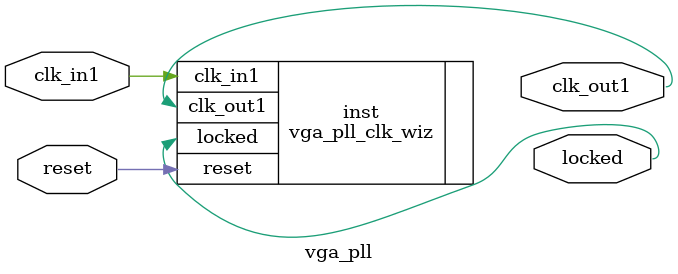
<source format=v>


`timescale 1ps/1ps

(* CORE_GENERATION_INFO = "vga_pll,clk_wiz_v5_4_3_0,{component_name=vga_pll,use_phase_alignment=true,use_min_o_jitter=false,use_max_i_jitter=false,use_dyn_phase_shift=false,use_inclk_switchover=false,use_dyn_reconfig=false,enable_axi=0,feedback_source=FDBK_AUTO,PRIMITIVE=PLL,num_out_clk=1,clkin1_period=10.000,clkin2_period=10.000,use_power_down=false,use_reset=true,use_locked=true,use_inclk_stopped=false,feedback_type=SINGLE,CLOCK_MGR_TYPE=NA,manual_override=false}" *)

module vga_pll 
 (
  // Clock out ports
  output        clk_out1,
  // Status and control signals
  input         reset,
  output        locked,
 // Clock in ports
  input         clk_in1
 );

  vga_pll_clk_wiz inst
  (
  // Clock out ports  
  .clk_out1(clk_out1),
  // Status and control signals               
  .reset(reset), 
  .locked(locked),
 // Clock in ports
  .clk_in1(clk_in1)
  );

endmodule

</source>
